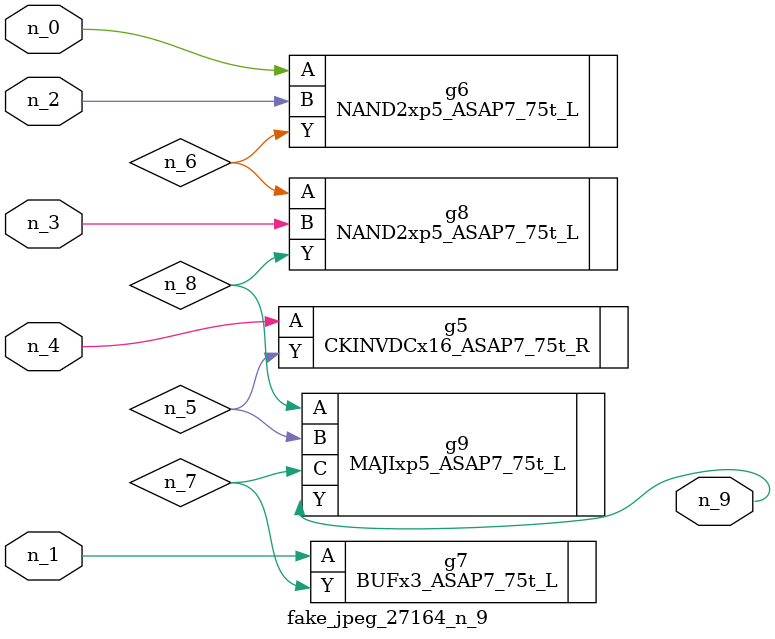
<source format=v>
module fake_jpeg_27164_n_9 (n_3, n_2, n_1, n_0, n_4, n_9);

input n_3;
input n_2;
input n_1;
input n_0;
input n_4;

output n_9;

wire n_8;
wire n_6;
wire n_5;
wire n_7;

CKINVDCx16_ASAP7_75t_R g5 ( 
.A(n_4),
.Y(n_5)
);

NAND2xp5_ASAP7_75t_L g6 ( 
.A(n_0),
.B(n_2),
.Y(n_6)
);

BUFx3_ASAP7_75t_L g7 ( 
.A(n_1),
.Y(n_7)
);

NAND2xp5_ASAP7_75t_L g8 ( 
.A(n_6),
.B(n_3),
.Y(n_8)
);

MAJIxp5_ASAP7_75t_L g9 ( 
.A(n_8),
.B(n_5),
.C(n_7),
.Y(n_9)
);


endmodule
</source>
